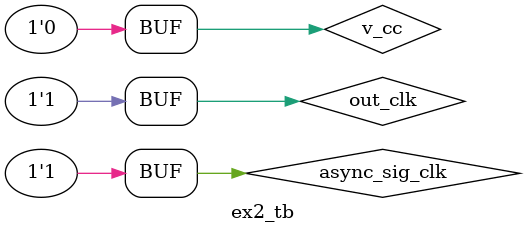
<source format=sv>
module ex2(input v_cc, input async_sig_clk, input out_clk, output out_sync_sig);
	wire clr, first_top_out, bottom_out, second_top_out;
	
	register_async_clr first_top(.async_sig(async_sig_clk), .clr(bottom_out), .in(v_cc), .out(first_top_out));
	register_async_clr second_top(.async_sig(out_clk), .clr(1'b0), .in(first_top_out), .out(second_top_out));
	register_async_clr third_top(.async_sig(out_clk), .clr(1'b0), .in(second_top_out), .out(out_sync_sig));
	register_async_clr bottom(.async_sig(out_clk), .clr(1'b0), .in(out_sync_sig), .out(bottom_out));
	

endmodule


module register_async_clr(input async_sig, input clr, input in, output reg out);
  
 	always @(posedge async_sig or posedge clr) 
 		begin
 			if(clr == 1'b1)
 				out <=0;
 			else
  				out <= in;
  		end
  
endmodule

module ex2_tb;
	reg v_cc, async_sig_clk, out_clk;
	wire out_sync_sig;

	ex2 test_bench(v_cc, async_sig_clk, out_clk, out_sync_sig);

	initial begin
		v_cc = 1'b1; // value of input is 1
		async_sig_clk = 1'b0; // async clock is 0
		out_clk = 1'b0; // clock for all other flipflops is 0 too
		#5
		async_sig_clk = 1'b1; // async clock becomes 1 which is not connected to 3 flipflops out of 4
		#5
		async_sig_clk = 1'b0; 
		out_clk = 1'b1; // sync clock becomes 1 adn the data is copied from async flipflop to a sync flipflop. It is stored here until next sync cycle
		#5
		out_clk = 1'b0; 
		#5
		out_clk = 1'b1; // the value held in the top second flipfop now goes to the third flipflop. That becomes the output now
		#5
		out_clk = 1'b0;
		#5
		async_sig_clk = 1'b1; // async clock becomes 1 again
		v_cc = 1'b0; // the input is now changed to 0, to reset the value from the async flipflop
		out_clk = 1'b1; // sync clock is also set to 1
		#5
		async_sig_clk = 1'b0;
		out_clk = 1'b0;
		#5
		async_sig_clk = 1'b1;
		out_clk = 1'b1;
		#5
		out_clk = 1'b0;
		#5
		out_clk = 1'b1;
		#5;
	end
endmodule
</source>
